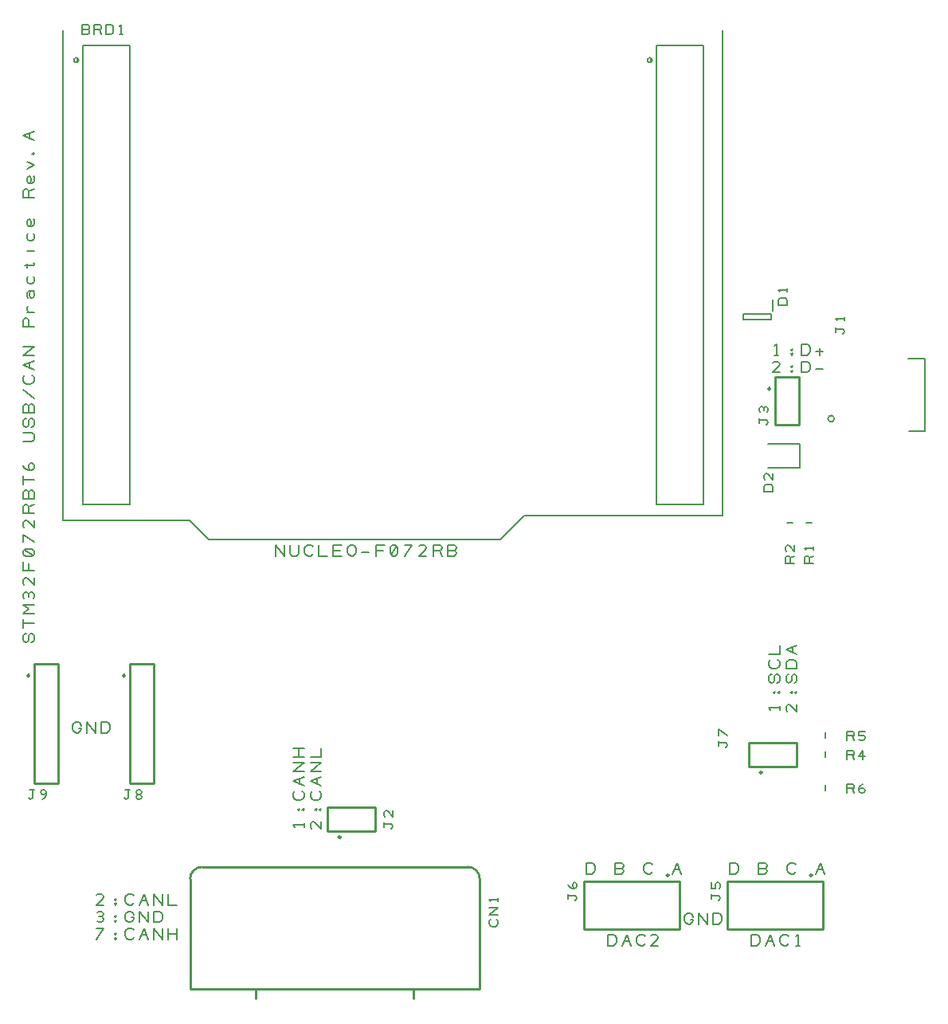
<source format=gto>
G04 EasyPC Gerber Version 21.0.3 Build 4286 *
%FSLAX35Y35*%
%MOIN*%
%ADD11C,0.00500*%
%ADD74C,0.00600*%
%ADD75C,0.00787*%
%ADD10C,0.00800*%
%ADD71C,0.01000*%
X0Y0D02*
D02*
D10*
X37400Y407750D02*
Y202750D01*
X90400*
X98400Y194750*
X220400*
X230400Y204750*
X313400*
Y407750*
X42900Y396250D02*
G75*
G03Y394250J-1000D01*
G01*
G75*
G03Y396250J1000*
G01*
G36*
G75*
G03Y394250J-1000*
G01*
G75*
G03Y396250J1000*
G01*
G37*
X45700Y209250D02*
Y401250D01*
X65200*
Y209250*
X45700*
X282900Y396250D02*
G75*
G03Y394250J-1000D01*
G01*
G75*
G03Y396250J1000*
G01*
G36*
G75*
G03Y394250J-1000*
G01*
G75*
G03Y396250J1000*
G01*
G37*
X285700Y209250D02*
Y401250D01*
X305200*
Y209250*
X285700*
D02*
D11*
X22900Y86813D02*
X23213Y86500D01*
X23837Y86187*
X24463Y86500*
X24775Y86813*
Y89937*
X25400*
X24775D02*
X23525D01*
X28837Y86187D02*
X29463Y86500D01*
X30087Y87125*
X30400Y88063*
Y89000*
X30087Y89625*
X29463Y89937*
X28837*
X28213Y89625*
X27900Y89000*
X28213Y88375*
X28837Y88063*
X29463*
X30087Y88375*
X30400Y89000*
X47587Y408063D02*
X48213Y407750D01*
X48525Y407125*
X48213Y406500*
X47587Y406187*
X45400*
Y409937*
X47587*
X48213Y409625*
X48525Y409000*
X48213Y408375*
X47587Y408063*
X45400*
X50400Y406187D02*
Y409937D01*
X52587*
X53213Y409625*
X53525Y409000*
X53213Y408375*
X52587Y408063*
X50400*
X52587D02*
X53525Y406187D01*
X55400D02*
Y409937D01*
X57275*
X57900Y409625*
X58213Y409313*
X58525Y408687*
Y407437*
X58213Y406813*
X57900Y406500*
X57275Y406187*
X55400*
X61025D02*
X62275D01*
X61650D02*
Y409937D01*
X61025Y409313*
X62900Y86813D02*
X63213Y86500D01*
X63837Y86187*
X64463Y86500*
X64775Y86813*
Y89937*
X65400*
X64775D02*
X63525D01*
X68837Y88063D02*
X69463D01*
X70087Y88375*
X70400Y89000*
X70087Y89625*
X69463Y89937*
X68837*
X68213Y89625*
X67900Y89000*
X68213Y88375*
X68837Y88063*
X68213Y87750*
X67900Y87125*
X68213Y86500*
X68837Y86187*
X69463*
X70087Y86500*
X70400Y87125*
X70087Y87750*
X69463Y88063*
X174837Y73750D02*
X175150Y74063D01*
X175463Y74687*
X175150Y75313*
X174837Y75625*
X171713*
Y76250*
Y75625D02*
Y74375D01*
X175463Y81250D02*
Y78750D01*
X173275Y80937*
X172650Y81250*
X172025Y80937*
X171713Y80313*
Y79375*
X172025Y78750*
X218837Y35875D02*
X219150Y35563D01*
X219463Y34937*
Y34000*
X219150Y33375*
X218837Y33063*
X218213Y32750*
X216963*
X216337Y33063*
X216025Y33375*
X215713Y34000*
Y34937*
X216025Y35563*
X216337Y35875*
X219463Y37750D02*
X215713D01*
X219463Y40875*
X215713*
X219463Y43375D02*
Y44625D01*
Y44000D02*
X215713D01*
X216337Y43375*
X251837Y43750D02*
X252150Y44063D01*
X252463Y44687*
X252150Y45313*
X251837Y45625*
X248713*
Y46250*
Y45625D02*
Y44375D01*
X251525Y48750D02*
X250900Y49063D01*
X250587Y49687*
Y50313*
X250900Y50937*
X251525Y51250*
X252150Y50937*
X252463Y50313*
Y49687*
X252150Y49063*
X251525Y48750*
X250587*
X249650Y49063*
X249025Y49687*
X248713Y50313*
X311837Y43750D02*
X312150Y44063D01*
X312463Y44687*
X312150Y45313*
X311837Y45625*
X308713*
Y46250*
Y45625D02*
Y44375D01*
X312150Y48750D02*
X312463Y49375D01*
Y50313*
X312150Y50937*
X311525Y51250*
X311213*
X310587Y50937*
X310275Y50313*
Y48750*
X308713*
Y51250*
X314837Y107750D02*
X315150Y108063D01*
X315463Y108687*
X315150Y109313*
X314837Y109625*
X311713*
Y110250*
Y109625D02*
Y108375D01*
X315463Y112750D02*
X311713Y115250D01*
Y112750*
X331837Y242750D02*
X332150Y243063D01*
X332463Y243687*
X332150Y244313*
X331837Y244625*
X328713*
Y245250*
Y244625D02*
Y243375D01*
X332150Y248063D02*
X332463Y248687D01*
Y249313*
X332150Y249937*
X331525Y250250*
X330900Y249937*
X330587Y249313*
Y248687*
Y249313D02*
X330275Y249937D01*
X329650Y250250*
X329025Y249937*
X328713Y249313*
Y248687*
X329025Y248063*
X334463Y214750D02*
X330713D01*
Y216625*
X331025Y217250*
X331337Y217563*
X331963Y217875*
X333213*
X333837Y217563*
X334150Y217250*
X334463Y216625*
Y214750*
Y222250D02*
Y219750D01*
X332275Y221937*
X331650Y222250*
X331025Y221937*
X330713Y221313*
Y220375*
X331025Y219750*
X340463Y292750D02*
X336713D01*
Y294625*
X337025Y295250*
X337337Y295563*
X337963Y295875*
X339213*
X339837Y295563*
X340150Y295250*
X340463Y294625*
Y292750*
Y298375D02*
Y299625D01*
Y299000D02*
X336713D01*
X337337Y298375*
X343463Y184750D02*
X339713D01*
Y186937*
X340025Y187563*
X340650Y187875*
X341275Y187563*
X341587Y186937*
Y184750*
Y186937D02*
X343463Y187875D01*
Y192250D02*
Y189750D01*
X341275Y191937*
X340650Y192250*
X340025Y191937*
X339713Y191313*
Y190375*
X340025Y189750*
X351463Y184750D02*
X347713D01*
Y186937*
X348025Y187563*
X348650Y187875*
X349275Y187563*
X349587Y186937*
Y184750*
Y186937D02*
X351463Y187875D01*
Y190375D02*
Y191625D01*
Y191000D02*
X347713D01*
X348337Y190375*
X365400Y88687D02*
Y92437D01*
X367587*
X368213Y92125*
X368525Y91500*
X368213Y90875*
X367587Y90563*
X365400*
X367587D02*
X368525Y88687D01*
X370400Y89625D02*
X370713Y90250D01*
X371337Y90563*
X371963*
X372587Y90250*
X372900Y89625*
X372587Y89000*
X371963Y88687*
X371337*
X370713Y89000*
X370400Y89625*
Y90563*
X370713Y91500*
X371337Y92125*
X371963Y92437*
X365400Y102687D02*
Y106437D01*
X367587*
X368213Y106125*
X368525Y105500*
X368213Y104875*
X367587Y104563*
X365400*
X367587D02*
X368525Y102687D01*
X371963D02*
Y106437D01*
X370400Y103937*
X372900*
X365400Y110687D02*
Y114437D01*
X367587*
X368213Y114125*
X368525Y113500*
X368213Y112875*
X367587Y112563*
X365400*
X367587D02*
X368525Y110687D01*
X370400Y111000D02*
X371025Y110687D01*
X371963*
X372587Y111000*
X372900Y111625*
Y111937*
X372587Y112563*
X371963Y112875*
X370400*
Y114437*
X372900*
X363837Y280750D02*
X364150Y281063D01*
X364463Y281687*
X364150Y282313*
X363837Y282625*
X360713*
Y283250*
Y282625D02*
Y281375D01*
X364463Y286375D02*
Y287625D01*
Y287000D02*
X360713D01*
X361337Y286375*
D02*
D71*
X22900Y138250D02*
G75*
G03Y137250J-500D01*
G01*
G75*
G03Y138250J500*
G01*
X25400Y142750D02*
Y92750D01*
X35400*
Y142750*
X25400*
X62900Y138250D02*
G75*
G03Y137250J-500D01*
G01*
G75*
G03Y138250J500*
G01*
X65400Y142750D02*
Y92750D01*
X75400*
Y142750*
X65400*
X95587Y57750D02*
X206787D01*
G75*
G02X211787Y52750J-5000*
G01*
Y6750*
X90587*
Y52750*
G75*
G02X95587Y57750I5000*
G01*
X118187Y6750D02*
Y2750D01*
X148156Y72750D02*
X168156D01*
Y82750*
X148156*
Y72750*
X152656Y70250D02*
G75*
G03X153656I500D01*
G01*
G75*
G03X152656I-500*
G01*
X184187Y6750D02*
Y2750D01*
X290900Y54250D02*
G75*
G03X289900I-500D01*
G01*
G75*
G03X290900I500*
G01*
X295400Y51750D02*
X255400D01*
Y31750*
X295400*
Y51750*
X324400Y99750D02*
X344400D01*
Y109750*
X324400*
Y99750*
X328900Y97250D02*
G75*
G03X329900I500D01*
G01*
G75*
G03X328900I-500*
G01*
X332900Y258250D02*
G75*
G03Y257250J-500D01*
G01*
G75*
G03Y258250J500*
G01*
X335400Y262750D02*
Y242750D01*
X345400*
Y262750*
X335400*
X350900Y54250D02*
G75*
G03X349900I-500D01*
G01*
G75*
G03X350900I500*
G01*
X355400Y51750D02*
X315400D01*
Y31750*
X355400*
Y51750*
D02*
D74*
X24150Y151750D02*
X24900Y152125D01*
X25275Y152875*
Y154375*
X24900Y155125*
X24150Y155500*
X23400Y155125*
X23025Y154375*
Y152875*
X22650Y152125*
X21900Y151750*
X21150Y152125*
X20775Y152875*
Y154375*
X21150Y155125*
X21900Y155500*
X25275Y159625D02*
X20775D01*
Y157750D02*
Y161500D01*
X25275Y163750D02*
X20775D01*
X23025Y165625*
X20775Y167500*
X25275*
X24900Y170125D02*
X25275Y170875D01*
Y171625*
X24900Y172375*
X24150Y172750*
X23400Y172375*
X23025Y171625*
Y170875*
Y171625D02*
X22650Y172375D01*
X21900Y172750*
X21150Y172375*
X20775Y171625*
Y170875*
X21150Y170125*
X25275Y178750D02*
Y175750D01*
X22650Y178375*
X21900Y178750*
X21150Y178375*
X20775Y177625*
Y176500*
X21150Y175750*
X25275Y181750D02*
X20775D01*
Y185500*
X23025Y184750D02*
Y181750D01*
X24900Y188125D02*
X25275Y188875D01*
Y189625*
X24900Y190375*
X24150Y190750*
X21900*
X21150Y190375*
X20775Y189625*
Y188875*
X21150Y188125*
X21900Y187750*
X24150*
X24900Y188125*
X21150Y190375*
X25275Y193750D02*
X20775Y196750D01*
Y193750*
X25275Y202750D02*
Y199750D01*
X22650Y202375*
X21900Y202750*
X21150Y202375*
X20775Y201625*
Y200500*
X21150Y199750*
X25275Y205750D02*
X20775D01*
Y208375*
X21150Y209125*
X21900Y209500*
X22650Y209125*
X23025Y208375*
Y205750*
Y208375D02*
X25275Y209500D01*
X23025Y214375D02*
X23400Y215125D01*
X24150Y215500*
X24900Y215125*
X25275Y214375*
Y211750*
X20775*
Y214375*
X21150Y215125*
X21900Y215500*
X22650Y215125*
X23025Y214375*
Y211750*
X25275Y219625D02*
X20775D01*
Y217750D02*
Y221500D01*
X24150Y223750D02*
X23400Y224125D01*
X23025Y224875*
Y225625*
X23400Y226375*
X24150Y226750*
X24900Y226375*
X25275Y225625*
Y224875*
X24900Y224125*
X24150Y223750*
X23025*
X21900Y224125*
X21150Y224875*
X20775Y225625*
Y235750D02*
X24150D01*
X24900Y236125*
X25275Y236875*
Y238375*
X24900Y239125*
X24150Y239500*
X20775*
X24150Y241750D02*
X24900Y242125D01*
X25275Y242875*
Y244375*
X24900Y245125*
X24150Y245500*
X23400Y245125*
X23025Y244375*
Y242875*
X22650Y242125*
X21900Y241750*
X21150Y242125*
X20775Y242875*
Y244375*
X21150Y245125*
X21900Y245500*
X23025Y250375D02*
X23400Y251125D01*
X24150Y251500*
X24900Y251125*
X25275Y250375*
Y247750*
X20775*
Y250375*
X21150Y251125*
X21900Y251500*
X22650Y251125*
X23025Y250375*
Y247750*
X25275Y253750D02*
X20775Y257500D01*
X24525Y263500D02*
X24900Y263125D01*
X25275Y262375*
Y261250*
X24900Y260500*
X24525Y260125*
X23775Y259750*
X22275*
X21525Y260125*
X21150Y260500*
X20775Y261250*
Y262375*
X21150Y263125*
X21525Y263500*
X25275Y265750D02*
X20775Y267625D01*
X25275Y269500*
X23400Y266500D02*
Y268750D01*
X25275Y271750D02*
X20775D01*
X25275Y275500*
X20775*
X25275Y283750D02*
X20775D01*
Y286375*
X21150Y287125*
X21900Y287500*
X22650Y287125*
X23025Y286375*
Y283750*
X25275Y289750D02*
X22275D01*
X23400D02*
X22650Y290125D01*
X22275Y290875*
Y291625*
X22650Y292375*
Y295750D02*
X22275Y296500D01*
Y297625*
X22650Y298375*
X23400Y298750*
X24525*
X24900Y298375*
X25275Y297625*
Y296875*
X24900Y296125*
X24525Y295750*
X24150*
X23775Y296125*
X23400Y296875*
Y297625*
X23775Y298375*
X24150Y298750*
X24525D02*
X25275D01*
X22650Y304750D02*
X22275Y304000D01*
Y302875*
X22650Y302125*
X23400Y301750*
X24150*
X24900Y302125*
X25275Y302875*
Y304000*
X24900Y304750*
X22275Y308500D02*
Y310000D01*
X21525Y309250D02*
X24900D01*
X25275Y309625*
Y310000*
X24900Y310375*
X25275Y315250D02*
X22275D01*
X21150D02*
X22650Y322750*
X22275Y322000D01*
Y320875*
X22650Y320125*
X23400Y319750*
X24150*
X24900Y320125*
X25275Y320875*
Y322000*
X24900Y322750*
Y328750D02*
X25275Y328375D01*
Y327625*
Y326875*
X24900Y326125*
X24150Y325750*
X23025*
X22650Y326125*
X22275Y326875*
Y327625*
X22650Y328375*
X23025Y328750*
X23400*
X23775Y328375*
X24150Y327625*
Y326875*
X23775Y326125*
X23400Y325750*
X25275Y337750D02*
X20775D01*
Y340375*
X21150Y341125*
X21900Y341500*
X22650Y341125*
X23025Y340375*
Y337750*
Y340375D02*
X25275Y341500D01*
X24900Y346750D02*
X25275Y346375D01*
Y345625*
Y344875*
X24900Y344125*
X24150Y343750*
X23025*
X22650Y344125*
X22275Y344875*
Y345625*
X22650Y346375*
X23025Y346750*
X23400*
X23775Y346375*
X24150Y345625*
Y344875*
X23775Y344125*
X23400Y343750*
X22275Y349750D02*
X25275Y351250D01*
X22275Y352750*
X25275Y356125D02*
X24900Y356500D01*
X24525Y356125*
X24900Y355750*
X25275Y356125*
Y361750D02*
X20775Y363625D01*
X25275Y365500*
X23400Y362500D02*
Y364750D01*
X44025Y115750D02*
X45150D01*
Y115375*
X44775Y114625*
X44400Y114250*
X43650Y113875*
X42900*
X42150Y114250*
X41775Y114625*
X41400Y115375*
Y116875*
X41775Y117625*
X42150Y118000*
X42900Y118375*
X43650*
X44400Y118000*
X44775Y117625*
X45150Y116875*
X47400Y113875D02*
Y118375D01*
X51150Y113875*
Y118375*
X53400Y113875D02*
Y118375D01*
X55650*
X56400Y118000*
X56775Y117625*
X57150Y116875*
Y115375*
X56775Y114625*
X56400Y114250*
X55650Y113875*
X53400*
X54400Y41875D02*
X51400D01*
X54025Y44500*
X54400Y45250*
X54025Y46000*
X53275Y46375*
X52150*
X51400Y46000*
X59275Y41875D02*
X59650Y42250D01*
X59275Y42625*
X58900Y42250*
X59275Y41875*
Y43750D02*
X59650Y44125D01*
X59275Y44500*
X58900Y44125*
X59275Y43750*
X67150Y42625D02*
X66775Y42250D01*
X66025Y41875*
X64900*
X64150Y42250*
X63775Y42625*
X63400Y43375*
Y44875*
X63775Y45625*
X64150Y46000*
X64900Y46375*
X66025*
X66775Y46000*
X67150Y45625*
X69400Y41875D02*
X71275Y46375D01*
X73150Y41875*
X70150Y43750D02*
X72400D01*
X75400Y41875D02*
Y46375D01*
X79150Y41875*
Y46375*
X81400D02*
Y41875D01*
X85150*
X51775Y35050D02*
X52525Y34675D01*
X53275*
X54025Y35050*
X54400Y35800*
X54025Y36550*
X53275Y36925*
X52525*
X53275D02*
X54025Y37300D01*
X54400Y38050*
X54025Y38800*
X53275Y39175*
X52525*
X51775Y38800*
X59275Y34675D02*
X59650Y35050D01*
X59275Y35425*
X58900Y35050*
X59275Y34675*
Y36550D02*
X59650Y36925D01*
X59275Y37300*
X58900Y36925*
X59275Y36550*
X66025D02*
X67150D01*
Y36175*
X66775Y35425*
X66400Y35050*
X65650Y34675*
X64900*
X64150Y35050*
X63775Y35425*
X63400Y36175*
Y37675*
X63775Y38425*
X64150Y38800*
X64900Y39175*
X65650*
X66400Y38800*
X66775Y38425*
X67150Y37675*
X69400Y34675D02*
Y39175D01*
X73150Y34675*
Y39175*
X75400Y34675D02*
Y39175D01*
X77650*
X78400Y38800*
X78775Y38425*
X79150Y37675*
Y36175*
X78775Y35425*
X78400Y35050*
X77650Y34675*
X75400*
X51400Y27475D02*
X54400Y31975D01*
X51400*
X59275Y27475D02*
X59650Y27850D01*
X59275Y28225*
X58900Y27850*
X59275Y27475*
Y29350D02*
X59650Y29725D01*
X59275Y30100*
X58900Y29725*
X59275Y29350*
X67150Y28225D02*
X66775Y27850D01*
X66025Y27475*
X64900*
X64150Y27850*
X63775Y28225*
X63400Y28975*
Y30475*
X63775Y31225*
X64150Y31600*
X64900Y31975*
X66025*
X66775Y31600*
X67150Y31225*
X69400Y27475D02*
X71275Y31975D01*
X73150Y27475*
X70150Y29350D02*
X72400D01*
X75400Y27475D02*
Y31975D01*
X79150Y27475*
Y31975*
X81400Y27475D02*
Y31975D01*
Y29725D02*
X85150D01*
Y27475D02*
Y31975D01*
X126400Y187875D02*
Y192375D01*
X130150Y187875*
Y192375*
X132400D02*
Y189000D01*
X132775Y188250*
X133525Y187875*
X135025*
X135775Y188250*
X136150Y189000*
Y192375*
X142150Y188625D02*
X141775Y188250D01*
X141025Y187875*
X139900*
X139150Y188250*
X138775Y188625*
X138400Y189375*
Y190875*
X138775Y191625*
X139150Y192000*
X139900Y192375*
X141025*
X141775Y192000*
X142150Y191625*
X144400Y192375D02*
Y187875D01*
X148150*
X150400D02*
Y192375D01*
X154150*
X153400Y190125D02*
X150400D01*
Y187875D02*
X154150D01*
X156400Y189375D02*
Y190875D01*
X156775Y191625*
X157150Y192000*
X157900Y192375*
X158650*
X159400Y192000*
X159775Y191625*
X160150Y190875*
Y189375*
X159775Y188625*
X159400Y188250*
X158650Y187875*
X157900*
X157150Y188250*
X156775Y188625*
X156400Y189375*
X162400D02*
X165400D01*
X168400Y187875D02*
Y192375D01*
X172150*
X171400Y190125D02*
X168400D01*
X174775Y188250D02*
X175525Y187875D01*
X176275*
X177025Y188250*
X177400Y189000*
Y191250*
X177025Y192000*
X176275Y192375*
X175525*
X174775Y192000*
X174400Y191250*
Y189000*
X174775Y188250*
X177025Y192000*
X180400Y187875D02*
X183400Y192375D01*
X180400*
X189400Y187875D02*
X186400D01*
X189025Y190500*
X189400Y191250*
X189025Y192000*
X188275Y192375*
X187150*
X186400Y192000*
X192400Y187875D02*
Y192375D01*
X195025*
X195775Y192000*
X196150Y191250*
X195775Y190500*
X195025Y190125*
X192400*
X195025D02*
X196150Y187875D01*
X201025Y190125D02*
X201775Y189750D01*
X202150Y189000*
X201775Y188250*
X201025Y187875*
X198400*
Y192375*
X201025*
X201775Y192000*
X202150Y191250*
X201775Y190500*
X201025Y190125*
X198400*
X138275Y74500D02*
Y76000D01*
Y75250D02*
X133775D01*
X134525Y74500*
X138275Y81625D02*
X137900Y82000D01*
X137525Y81625*
X137900Y81250*
X138275Y81625*
X136400D02*
X136025Y82000D01*
X135650Y81625*
X136025Y81250*
X136400Y81625*
X137525Y89500D02*
X137900Y89125D01*
X138275Y88375*
Y87250*
X137900Y86500*
X137525Y86125*
X136775Y85750*
X135275*
X134525Y86125*
X134150Y86500*
X133775Y87250*
Y88375*
X134150Y89125*
X134525Y89500*
X138275Y91750D02*
X133775Y93625D01*
X138275Y95500*
X136400Y92500D02*
Y94750D01*
X138275Y97750D02*
X133775D01*
X138275Y101500*
X133775*
X138275Y103750D02*
X133775D01*
X136025D02*
Y107500D01*
X138275D02*
X133775D01*
X145475Y76750D02*
Y73750D01*
X142850Y76375*
X142100Y76750*
X141350Y76375*
X140975Y75625*
Y74500*
X141350Y73750*
X145475Y81625D02*
X145100Y82000D01*
X144725Y81625*
X145100Y81250*
X145475Y81625*
X143600D02*
X143225Y82000D01*
X142850Y81625*
X143225Y81250*
X143600Y81625*
X144725Y89500D02*
X145100Y89125D01*
X145475Y88375*
Y87250*
X145100Y86500*
X144725Y86125*
X143975Y85750*
X142475*
X141725Y86125*
X141350Y86500*
X140975Y87250*
Y88375*
X141350Y89125*
X141725Y89500*
X145475Y91750D02*
X140975Y93625D01*
X145475Y95500*
X143600Y92500D02*
Y94750D01*
X145475Y97750D02*
X140975D01*
X145475Y101500*
X140975*
Y103750D02*
X145475D01*
Y107500*
X256400Y54875D02*
Y59375D01*
X258650*
X259400Y59000*
X259775Y58625*
X260150Y57875*
Y56375*
X259775Y55625*
X259400Y55250*
X258650Y54875*
X256400*
X271025Y57125D02*
X271775Y56750D01*
X272150Y56000*
X271775Y55250*
X271025Y54875*
X268400*
Y59375*
X271025*
X271775Y59000*
X272150Y58250*
X271775Y57500*
X271025Y57125*
X268400*
X284150Y55625D02*
X283775Y55250D01*
X283025Y54875*
X281900*
X281150Y55250*
X280775Y55625*
X280400Y56375*
Y57875*
X280775Y58625*
X281150Y59000*
X281900Y59375*
X283025*
X283775Y59000*
X284150Y58625*
X292400Y54875D02*
X294275Y59375D01*
X296150Y54875*
X293150Y56750D02*
X295400D01*
X265400Y24875D02*
Y29375D01*
X267650*
X268400Y29000*
X268775Y28625*
X269150Y27875*
Y26375*
X268775Y25625*
X268400Y25250*
X267650Y24875*
X265400*
X271400D02*
X273275Y29375D01*
X275150Y24875*
X272150Y26750D02*
X274400D01*
X281150Y25625D02*
X280775Y25250D01*
X280025Y24875*
X278900*
X278150Y25250*
X277775Y25625*
X277400Y26375*
Y27875*
X277775Y28625*
X278150Y29000*
X278900Y29375*
X280025*
X280775Y29000*
X281150Y28625*
X286400Y24875D02*
X283400D01*
X286025Y27500*
X286400Y28250*
X286025Y29000*
X285275Y29375*
X284150*
X283400Y29000*
X300025Y35750D02*
X301150D01*
Y35375*
X300775Y34625*
X300400Y34250*
X299650Y33875*
X298900*
X298150Y34250*
X297775Y34625*
X297400Y35375*
Y36875*
X297775Y37625*
X298150Y38000*
X298900Y38375*
X299650*
X300400Y38000*
X300775Y37625*
X301150Y36875*
X303400Y33875D02*
Y38375D01*
X307150Y33875*
Y38375*
X309400Y33875D02*
Y38375D01*
X311650*
X312400Y38000*
X312775Y37625*
X313150Y36875*
Y35375*
X312775Y34625*
X312400Y34250*
X311650Y33875*
X309400*
X316400Y54875D02*
Y59375D01*
X318650*
X319400Y59000*
X319775Y58625*
X320150Y57875*
Y56375*
X319775Y55625*
X319400Y55250*
X318650Y54875*
X316400*
X331025Y57125D02*
X331775Y56750D01*
X332150Y56000*
X331775Y55250*
X331025Y54875*
X328400*
Y59375*
X331025*
X331775Y59000*
X332150Y58250*
X331775Y57500*
X331025Y57125*
X328400*
X344150Y55625D02*
X343775Y55250D01*
X343025Y54875*
X341900*
X341150Y55250*
X340775Y55625*
X340400Y56375*
Y57875*
X340775Y58625*
X341150Y59000*
X341900Y59375*
X343025*
X343775Y59000*
X344150Y58625*
X352400Y54875D02*
X354275Y59375D01*
X356150Y54875*
X353150Y56750D02*
X355400D01*
X325400Y24875D02*
Y29375D01*
X327650*
X328400Y29000*
X328775Y28625*
X329150Y27875*
Y26375*
X328775Y25625*
X328400Y25250*
X327650Y24875*
X325400*
X331400D02*
X333275Y29375D01*
X335150Y24875*
X332150Y26750D02*
X334400D01*
X341150Y25625D02*
X340775Y25250D01*
X340025Y24875*
X338900*
X338150Y25250*
X337775Y25625*
X337400Y26375*
Y27875*
X337775Y28625*
X338150Y29000*
X338900Y29375*
X340025*
X340775Y29000*
X341150Y28625*
X344150Y24875D02*
X345650D01*
X344900D02*
Y29375D01*
X344150Y28625*
X335150Y271875D02*
X336650D01*
X335900D02*
Y276375D01*
X335150Y275625*
X342275Y271875D02*
X342650Y272250D01*
X342275Y272625*
X341900Y272250*
X342275Y271875*
Y273750D02*
X342650Y274125D01*
X342275Y274500*
X341900Y274125*
X342275Y273750*
X346400Y271875D02*
Y276375D01*
X348650*
X349400Y276000*
X349775Y275625*
X350150Y274875*
Y273375*
X349775Y272625*
X349400Y272250*
X348650Y271875*
X346400*
X352400Y273375D02*
X355400D01*
X353900Y271875D02*
Y274875D01*
X337400Y264675D02*
X334400D01*
X337025Y267300*
X337400Y268050*
X337025Y268800*
X336275Y269175*
X335150*
X334400Y268800*
X342275Y264675D02*
X342650Y265050D01*
X342275Y265425*
X341900Y265050*
X342275Y264675*
Y266550D02*
X342650Y266925D01*
X342275Y267300*
X341900Y266925*
X342275Y266550*
X346400Y264675D02*
Y269175D01*
X348650*
X349400Y268800*
X349775Y268425*
X350150Y267675*
Y266175*
X349775Y265425*
X349400Y265050*
X348650Y264675*
X346400*
X352400Y266175D02*
X355400D01*
X337275Y123500D02*
Y125000D01*
Y124250D02*
X332775D01*
X333525Y123500*
X337275Y130625D02*
X336900Y131000D01*
X336525Y130625*
X336900Y130250*
X337275Y130625*
X335400D02*
X335025Y131000D01*
X334650Y130625*
X335025Y130250*
X335400Y130625*
X336150Y134750D02*
X336900Y135125D01*
X337275Y135875*
Y137375*
X336900Y138125*
X336150Y138500*
X335400Y138125*
X335025Y137375*
Y135875*
X334650Y135125*
X333900Y134750*
X333150Y135125*
X332775Y135875*
Y137375*
X333150Y138125*
X333900Y138500*
X336525Y144500D02*
X336900Y144125D01*
X337275Y143375*
Y142250*
X336900Y141500*
X336525Y141125*
X335775Y140750*
X334275*
X333525Y141125*
X333150Y141500*
X332775Y142250*
Y143375*
X333150Y144125*
X333525Y144500*
X332775Y146750D02*
X337275D01*
Y150500*
X344475Y125750D02*
Y122750D01*
X341850Y125375*
X341100Y125750*
X340350Y125375*
X339975Y124625*
Y123500*
X340350Y122750*
X344475Y130625D02*
X344100Y131000D01*
X343725Y130625*
X344100Y130250*
X344475Y130625*
X342600D02*
X342225Y131000D01*
X341850Y130625*
X342225Y130250*
X342600Y130625*
X343350Y134750D02*
X344100Y135125D01*
X344475Y135875*
Y137375*
X344100Y138125*
X343350Y138500*
X342600Y138125*
X342225Y137375*
Y135875*
X341850Y135125*
X341100Y134750*
X340350Y135125*
X339975Y135875*
Y137375*
X340350Y138125*
X341100Y138500*
X344475Y140750D02*
X339975D01*
Y143000*
X340350Y143750*
X340725Y144125*
X341475Y144500*
X342975*
X343725Y144125*
X344100Y143750*
X344475Y143000*
Y140750*
Y146750D02*
X339975Y148625D01*
X344475Y150500*
X342600Y147500D02*
Y149750D01*
D02*
D75*
X332479Y224632D02*
X345766D01*
Y234868*
X332479*
X333656Y288931D02*
Y286569D01*
X322144*
Y288931*
X333656*
X334199Y295033D02*
Y290309D01*
X342581Y201750D02*
X340219D01*
X348219D02*
X350581D01*
X356400Y91931D02*
Y89569D01*
Y105931D02*
Y103569D01*
Y113931D02*
Y111569D01*
X357470Y245254D02*
G75*
G02X360118I1324D01*
G01*
X357470D02*
G75*
G02X360118I1324D01*
G01*
G75*
G02X357470I-1324*
G01*
X391002Y270250D02*
X397900D01*
Y239935*
X391235*
X0Y0D02*
M02*

</source>
